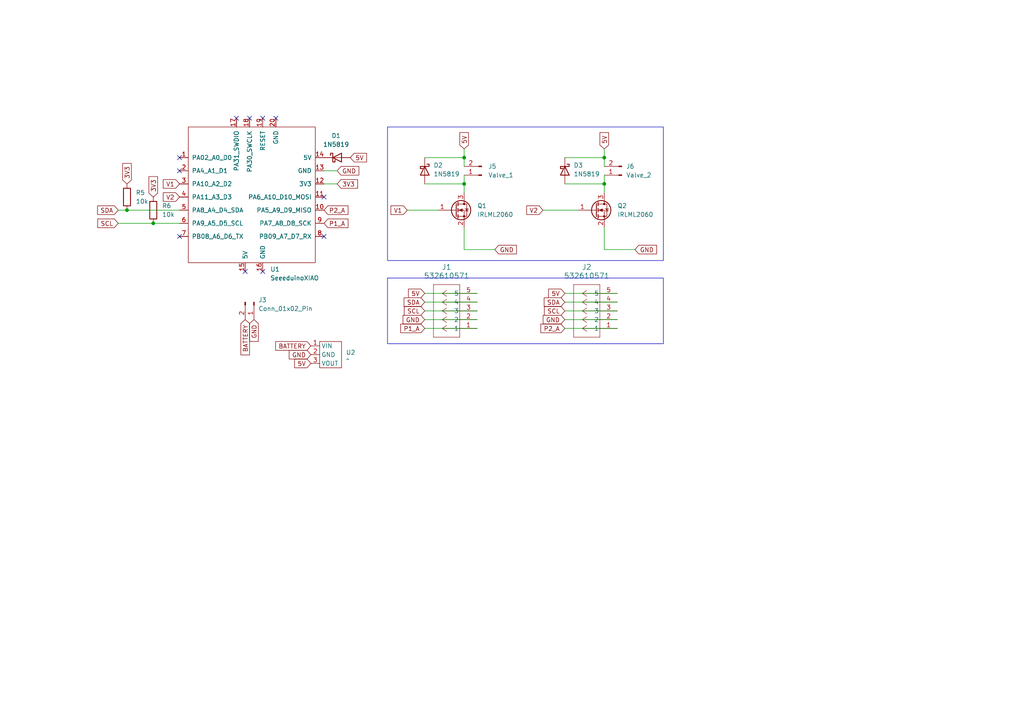
<source format=kicad_sch>
(kicad_sch (version 20250114) (generator "eeschema") (generator_version "9.0")
  (paper "A4")
  (lib_symbols
    (symbol "Connector:Conn_01x02_Pin" (pin_names (offset 1.016) (hide yes))
      (property "Reference" "J" (at 0 2.54 0))
      (property "Value" "Conn_01x02_Pin" (at 0 -5.08 0))
      (symbol "Conn_01x02_Pin_1_1"
        (rectangle (start 0.8636 0.127) (end 0 -0.127) (stroke (width 0.1524)) (fill (type outline)))
        (rectangle (start 0.8636 -2.413) (end 0 -2.667) (stroke (width 0.1524)) (fill (type outline)))
        (polyline (pts (xy 1.27 0) (xy 0.8636 0)) (stroke (width 0.1524)))
        (polyline (pts (xy 1.27 -2.54) (xy 0.8636 -2.54)) (stroke (width 0.1524)))
        (pin passive line (at 5.08 0 180) (length 3.81) (name "Pin_1") (number "1"))
        (pin passive line (at 5.08 -2.54 180) (length 3.81) (name "Pin_2") (number "2"))
      )
    )
    (symbol "Device:R" (pin_numbers (hide yes)) (pin_names (offset 0))
      (property "Reference" "R" (at 2.032 0 90))
      (property "Value" "R" (at 0 0 90))
      (symbol "R_0_1"
        (rectangle (start -1.016 -2.54) (end 1.016 2.54) (stroke (width 0.254)))
      )
      (symbol "R_1_1"
        (pin passive line (at 0 3.81 270) (length 1.27) (name "~") (number "1"))
        (pin passive line (at 0 -3.81 90) (length 1.27) (name "~") (number "2"))
      )
    )
    (symbol "Diode:1N5819" (pin_numbers (hide yes)) (pin_names (offset 1.016) (hide yes))
      (property "Reference" "D" (at 0 2.54 0))
      (property "Value" "1N5819" (at 0 -2.54 0))
      (symbol "1N5819_0_1"
        (polyline (pts (xy -1.905 0.635) (xy -1.905 1.27) (xy -1.27 1.27) (xy -1.27 -1.27) (xy -0.635 -1.27) (xy -0.635 -0.635)) (stroke (width 0.254)))
        (polyline (pts (xy 1.27 1.27) (xy 1.27 -1.27) (xy -1.27 0) (xy 1.27 1.27)) (stroke (width 0.254)))
        (polyline (pts (xy 1.27 0) (xy -1.27 0)))
      )
      (symbol "1N5819_1_1"
        (pin passive line (at -3.81 0 0) (length 2.54) (name "K") (number "1"))
        (pin passive line (at 3.81 0 180) (length 2.54) (name "A") (number "2"))
      )
    )
    (symbol "Driver_Haptic:532610571" (pin_names (offset 0.254))
      (property "Reference" "J" (at 8.89 6.35 0))
      (property "Value" "532610571" (at 0 0 0))
      (symbol "532610571_1_1"
        (polyline (pts (xy 5.08 2.54) (xy 5.08 -12.7)) (stroke (width 0.127)))
        (polyline (pts (xy 5.08 -12.7) (xy 12.7 -12.7)) (stroke (width 0.127)))
        (polyline (pts (xy 10.16 0) (xy 5.08 0)) (stroke (width 0.127)))
        (polyline (pts (xy 10.16 0) (xy 8.89 0.8467)) (stroke (width 0.127)))
        (polyline (pts (xy 10.16 0) (xy 8.89 -0.8467)) (stroke (width 0.127)))
        (polyline (pts (xy 10.16 -2.54) (xy 5.08 -2.54)) (stroke (width 0.127)))
        (polyline (pts (xy 10.16 -2.54) (xy 8.89 -1.6933)) (stroke (width 0.127)))
        (polyline (pts (xy 10.16 -2.54) (xy 8.89 -3.3867)) (stroke (width 0.127)))
        (polyline (pts (xy 10.16 -5.08) (xy 5.08 -5.08)) (stroke (width 0.127)))
        (polyline (pts (xy 10.16 -5.08) (xy 8.89 -4.2333)) (stroke (width 0.127)))
        (polyline (pts (xy 10.16 -5.08) (xy 8.89 -5.9267)) (stroke (width 0.127)))
        (polyline (pts (xy 10.16 -7.62) (xy 5.08 -7.62)) (stroke (width 0.127)))
        (polyline (pts (xy 10.16 -7.62) (xy 8.89 -6.7733)) (stroke (width 0.127)))
        (polyline (pts (xy 10.16 -7.62) (xy 8.89 -8.4667)) (stroke (width 0.127)))
        (polyline (pts (xy 10.16 -10.16) (xy 5.08 -10.16)) (stroke (width 0.127)))
        (polyline (pts (xy 10.16 -10.16) (xy 8.89 -9.3133)) (stroke (width 0.127)))
        (polyline (pts (xy 10.16 -10.16) (xy 8.89 -11.0067)) (stroke (width 0.127)))
        (polyline (pts (xy 12.7 2.54) (xy 5.08 2.54)) (stroke (width 0.127)))
        (polyline (pts (xy 12.7 -12.7) (xy 12.7 2.54)) (stroke (width 0.127)))
        (pin unspecified line (at 0 0 0) (length 5.08) (name "1") (number "1"))
        (pin unspecified line (at 0 -2.54 0) (length 5.08) (name "2") (number "2"))
        (pin unspecified line (at 0 -5.08 0) (length 5.08) (name "3") (number "3"))
        (pin unspecified line (at 0 -7.62 0) (length 5.08) (name "4") (number "4"))
        (pin unspecified line (at 0 -10.16 0) (length 5.08) (name "5") (number "5"))
      )
      (symbol "532610571_1_2"
        (polyline (pts (xy 5.08 2.54) (xy 5.08 -12.7)) (stroke (width 0.127)))
        (polyline (pts (xy 5.08 -12.7) (xy 12.7 -12.7)) (stroke (width 0.127)))
        (polyline (pts (xy 7.62 0) (xy 5.08 0)) (stroke (width 0.127)))
        (polyline (pts (xy 7.62 0) (xy 8.89 0.8467)) (stroke (width 0.127)))
        (polyline (pts (xy 7.62 0) (xy 8.89 -0.8467)) (stroke (width 0.127)))
        (polyline (pts (xy 7.62 -2.54) (xy 5.08 -2.54)) (stroke (width 0.127)))
        (polyline (pts (xy 7.62 -2.54) (xy 8.89 -1.6933)) (stroke (width 0.127)))
        (polyline (pts (xy 7.62 -2.54) (xy 8.89 -3.3867)) (stroke (width 0.127)))
        (polyline (pts (xy 7.62 -5.08) (xy 5.08 -5.08)) (stroke (width 0.127)))
        (polyline (pts (xy 7.62 -5.08) (xy 8.89 -4.2333)) (stroke (width 0.127)))
        (polyline (pts (xy 7.62 -5.08) (xy 8.89 -5.9267)) (stroke (width 0.127)))
        (polyline (pts (xy 7.62 -7.62) (xy 5.08 -7.62)) (stroke (width 0.127)))
        (polyline (pts (xy 7.62 -7.62) (xy 8.89 -6.7733)) (stroke (width 0.127)))
        (polyline (pts (xy 7.62 -7.62) (xy 8.89 -8.4667)) (stroke (width 0.127)))
        (polyline (pts (xy 7.62 -10.16) (xy 5.08 -10.16)) (stroke (width 0.127)))
        (polyline (pts (xy 7.62 -10.16) (xy 8.89 -9.3133)) (stroke (width 0.127)))
        (polyline (pts (xy 7.62 -10.16) (xy 8.89 -11.0067)) (stroke (width 0.127)))
        (polyline (pts (xy 12.7 2.54) (xy 5.08 2.54)) (stroke (width 0.127)))
        (polyline (pts (xy 12.7 -12.7) (xy 12.7 2.54)) (stroke (width 0.127)))
        (pin unspecified line (at 0 0 0) (length 5.08) (name "1") (number "1"))
        (pin unspecified line (at 0 -2.54 0) (length 5.08) (name "2") (number "2"))
        (pin unspecified line (at 0 -5.08 0) (length 5.08) (name "3") (number "3"))
        (pin unspecified line (at 0 -7.62 0) (length 5.08) (name "4") (number "4"))
        (pin unspecified line (at 0 -10.16 0) (length 5.08) (name "5") (number "5"))
      )
    )
    (symbol "Pololu 5V Step-Up Voltage Regulator U1V10F5:U1V10F5"
      (property "Reference" "U" (at 0 0 0))
      (symbol "U1V10F5_0_1"
        (rectangle (start -1.27 8.89) (end 5.08 1.27))
      )
      (symbol "U1V10F5_1_1"
        (pin input line (at -3.81 7.62 0) (length 2.54) (name "VIN") (number "1"))
        (pin input line (at -3.81 5.08 0) (length 2.54) (name "GND") (number "2"))
        (pin input line (at -3.81 2.54 0) (length 2.54) (name "VOUT") (number "3"))
      )
    )
    (symbol "Transistor_FET:IRLML2060" (pin_names (hide yes))
      (property "Reference" "Q" (at 5.08 1.905 0))
      (property "Value" "IRLML2060" (at 5.08 0 0))
      (symbol "IRLML2060_0_1"
        (polyline (pts (xy 0.254 1.905) (xy 0.254 -1.905)) (stroke (width 0.254)))
        (polyline (pts (xy 0.254 0) (xy -2.54 0)))
        (polyline (pts (xy 0.762 2.286) (xy 0.762 1.27)) (stroke (width 0.254)))
        (polyline (pts (xy 0.762 0.508) (xy 0.762 -0.508)) (stroke (width 0.254)))
        (polyline (pts (xy 0.762 -1.27) (xy 0.762 -2.286)) (stroke (width 0.254)))
        (polyline (pts (xy 0.762 -1.778) (xy 3.302 -1.778) (xy 3.302 1.778) (xy 0.762 1.778)))
        (polyline (pts (xy 1.016 0) (xy 2.032 0.381) (xy 2.032 -0.381) (xy 1.016 0)) (fill (type outline)))
        (circle (center 1.651 0) (radius 2.794) (stroke (width 0.254)))
        (polyline (pts (xy 2.54 2.54) (xy 2.54 1.778)))
        (circle (center 2.54 1.778) (radius 0.254) (fill (type outline)))
        (circle (center 2.54 -1.778) (radius 0.254) (fill (type outline)))
        (polyline (pts (xy 2.54 -2.54) (xy 2.54 0) (xy 0.762 0)))
        (polyline (pts (xy 2.794 0.508) (xy 2.921 0.381) (xy 3.683 0.381) (xy 3.81 0.254)))
        (polyline (pts (xy 3.302 0.381) (xy 2.921 -0.254) (xy 3.683 -0.254) (xy 3.302 0.381)))
      )
      (symbol "IRLML2060_1_1"
        (pin input line (at -5.08 0 0) (length 2.54) (name "G") (number "1"))
        (pin passive line (at 2.54 5.08 270) (length 2.54) (name "D") (number "3"))
        (pin passive line (at 2.54 -5.08 90) (length 2.54) (name "S") (number "2"))
      )
    )
    (symbol "Xiao:SeeeduinoXIAO" (pin_names (offset 1.016))
      (property "Reference" "U" (at -19.05 22.86 0))
      (property "Value" "SeeeduinoXIAO" (at -12.7 21.59 0))
      (symbol "SeeeduinoXIAO_0_1"
        (rectangle (start -19.05 20.32) (end 17.78 -19.05))
      )
      (symbol "SeeeduinoXIAO_1_1"
        (pin unspecified line (at -21.59 11.43 0) (length 2.54) (name "PA02_A0_D0") (number "1"))
        (pin unspecified line (at -21.59 7.62 0) (length 2.54) (name "PA4_A1_D1") (number "2"))
        (pin unspecified line (at -21.59 3.81 0) (length 2.54) (name "PA10_A2_D2") (number "3"))
        (pin unspecified line (at -21.59 0 0) (length 2.54) (name "PA11_A3_D3") (number "4"))
        (pin unspecified line (at -21.59 -3.81 0) (length 2.54) (name "PA8_A4_D4_SDA") (number "5"))
        (pin unspecified line (at -21.59 -7.62 0) (length 2.54) (name "PA9_A5_D5_SCL") (number "6"))
        (pin unspecified line (at -21.59 -11.43 0) (length 2.54) (name "PB08_A6_D6_TX") (number "7"))
        (pin input line (at -5.08 22.86 270) (length 2.54) (name "PA31_SWDIO") (number "17"))
        (pin input line (at -2.54 -21.59 90) (length 2.54) (name "5V") (number "15"))
        (pin input line (at -1.27 22.86 270) (length 2.54) (name "PA30_SWCLK") (number "18"))
        (pin input line (at 2.54 22.86 270) (length 2.54) (name "RESET") (number "19"))
        (pin input line (at 2.54 -21.59 90) (length 2.54) (name "GND") (number "16"))
        (pin input line (at 6.35 22.86 270) (length 2.54) (name "GND") (number "20"))
        (pin unspecified line (at 20.32 11.43 180) (length 2.54) (name "5V") (number "14"))
        (pin unspecified line (at 20.32 7.62 180) (length 2.54) (name "GND") (number "13"))
        (pin unspecified line (at 20.32 3.81 180) (length 2.54) (name "3V3") (number "12"))
        (pin unspecified line (at 20.32 0 180) (length 2.54) (name "PA6_A10_D10_MOSI") (number "11"))
        (pin unspecified line (at 20.32 -3.81 180) (length 2.54) (name "PA5_A9_D9_MISO") (number "10"))
        (pin unspecified line (at 20.32 -7.62 180) (length 2.54) (name "PA7_A8_D8_SCK") (number "9"))
        (pin unspecified line (at 20.32 -11.43 180) (length 2.54) (name "PB09_A7_D7_RX") (number "8"))
      )
    )
  )
  (rectangle (start 112.395 36.83) (end 192.405 75.565))
  (rectangle (start 112.395 80.645) (end 192.405 99.695))
  (junction (at 44.45 64.77))
  (junction (at 175.26 45.72))
  (junction (at 134.62 53.34))
  (junction (at 134.62 45.72))
  (junction (at 175.26 53.34))
  (junction (at 36.83 60.96))
  (no_connect (at 71.12 78.74))
  (no_connect (at 52.07 45.72))
  (no_connect (at 52.07 68.58))
  (no_connect (at 72.39 34.29))
  (no_connect (at 93.98 57.15))
  (no_connect (at 68.58 34.29))
  (no_connect (at 76.2 34.29))
  (no_connect (at 52.07 49.53))
  (no_connect (at 80.01 34.29))
  (no_connect (at 93.98 68.58))
  (no_connect (at 76.2 78.74))
  (wire (pts (xy 175.26 66.04) (xy 175.26 72.39)))
  (wire (pts (xy 134.62 53.34) (xy 134.62 55.88)))
  (wire (pts (xy 179.07 85.09) (xy 163.83 85.09)))
  (wire (pts (xy 97.79 49.53) (xy 93.98 49.53)))
  (wire (pts (xy 118.11 60.96) (xy 127 60.96)))
  (wire (pts (xy 134.62 66.04) (xy 134.62 72.39)))
  (wire (pts (xy 179.07 95.25) (xy 163.83 95.25)))
  (wire (pts (xy 138.43 90.17) (xy 123.19 90.17)))
  (wire (pts (xy 97.79 53.34) (xy 93.98 53.34)))
  (wire (pts (xy 157.48 60.96) (xy 167.64 60.96)))
  (wire (pts (xy 138.43 95.25) (xy 123.19 95.25)))
  (wire (pts (xy 163.83 45.72) (xy 175.26 45.72)))
  (wire (pts (xy 175.26 53.34) (xy 175.26 55.88)))
  (wire (pts (xy 175.26 43.18) (xy 175.26 45.72)))
  (wire (pts (xy 134.62 45.72) (xy 134.62 48.26)))
  (wire (pts (xy 175.26 50.8) (xy 175.26 53.34)))
  (wire (pts (xy 138.43 87.63) (xy 123.19 87.63)))
  (wire (pts (xy 123.19 53.34) (xy 134.62 53.34)))
  (wire (pts (xy 134.62 50.8) (xy 134.62 53.34)))
  (wire (pts (xy 34.29 60.96) (xy 36.83 60.96)))
  (wire (pts (xy 179.07 92.71) (xy 163.83 92.71)))
  (wire (pts (xy 36.83 60.96) (xy 52.07 60.96)))
  (wire (pts (xy 134.62 43.18) (xy 134.62 45.72)))
  (wire (pts (xy 179.07 87.63) (xy 163.83 87.63)))
  (wire (pts (xy 175.26 45.72) (xy 175.26 48.26)))
  (wire (pts (xy 134.62 72.39) (xy 143.51 72.39)))
  (wire (pts (xy 163.83 53.34) (xy 175.26 53.34)))
  (wire (pts (xy 34.29 64.77) (xy 44.45 64.77)))
  (wire (pts (xy 179.07 90.17) (xy 163.83 90.17)))
  (wire (pts (xy 138.43 92.71) (xy 123.19 92.71)))
  (wire (pts (xy 138.43 85.09) (xy 123.19 85.09)))
  (wire (pts (xy 44.45 64.77) (xy 52.07 64.77)))
  (wire (pts (xy 123.19 45.72) (xy 134.62 45.72)))
  (wire (pts (xy 175.26 72.39) (xy 184.15 72.39)))
  (global_label "5V" (shape input) (at 90.17 105.41 180) (property "Intersheetrefs" "${INTERSHEET_REFS}" (effects (hide yes))))
  (global_label "GND" (shape input) (at 90.17 102.87 180) (property "Intersheetrefs" "${INTERSHEET_REFS}" (effects (hide yes))))
  (global_label "P1_A" (shape input) (at 93.98 64.77 0) (property "Intersheetrefs" "${INTERSHEET_REFS}" (effects (hide yes))))
  (global_label "3V3" (shape input) (at 97.79 53.34 0) (property "Intersheetrefs" "${INTERSHEET_REFS}" (effects (hide yes))))
  (global_label "V2" (shape input) (at 52.07 57.15 180) (property "Intersheetrefs" "${INTERSHEET_REFS}" (effects (hide yes))))
  (global_label "V1" (shape input) (at 52.07 53.34 180) (property "Intersheetrefs" "${INTERSHEET_REFS}" (effects (hide yes))))
  (global_label "SCL" (shape input) (at 34.29 64.77 180) (property "Intersheetrefs" "${INTERSHEET_REFS}" (effects (hide yes))))
  (global_label "BATTERY" (shape input) (at 90.17 100.33 180) (property "Intersheetrefs" "${INTERSHEET_REFS}" (effects (hide yes))))
  (global_label "V1" (shape input) (at 118.11 60.96 180) (property "Intersheetrefs" "${INTERSHEET_REFS}" (effects (hide yes))))
  (global_label "SCL" (shape input) (at 163.83 90.17 180) (property "Intersheetrefs" "${INTERSHEET_REFS}" (effects (hide yes))))
  (global_label "5V" (shape input) (at 123.19 85.09 180) (property "Intersheetrefs" "${INTERSHEET_REFS}" (effects (hide yes))))
  (global_label "GND" (shape input) (at 97.79 49.53 0) (property "Intersheetrefs" "${INTERSHEET_REFS}" (effects (hide yes))))
  (global_label "3V3" (shape input) (at 44.45 57.15 90) (property "Intersheetrefs" "${INTERSHEET_REFS}" (effects (hide yes))))
  (global_label "BATTERY" (shape input) (at 71.12 92.71 270) (property "Intersheetrefs" "${INTERSHEET_REFS}" (effects (hide yes))))
  (global_label "5V" (shape input) (at 101.6 45.72 0) (property "Intersheetrefs" "${INTERSHEET_REFS}" (effects (hide yes))))
  (global_label "GND" (shape input) (at 184.15 72.39 0) (property "Intersheetrefs" "${INTERSHEET_REFS}" (effects (hide yes))))
  (global_label "SDA" (shape input) (at 163.83 87.63 180) (property "Intersheetrefs" "${INTERSHEET_REFS}" (effects (hide yes))))
  (global_label "GND" (shape input) (at 143.51 72.39 0) (property "Intersheetrefs" "${INTERSHEET_REFS}" (effects (hide yes))))
  (global_label "GND" (shape input) (at 163.83 92.71 180) (property "Intersheetrefs" "${INTERSHEET_REFS}" (effects (hide yes))))
  (global_label "P1_A" (shape input) (at 123.19 95.25 180) (property "Intersheetrefs" "${INTERSHEET_REFS}" (effects (hide yes))))
  (global_label "5V" (shape input) (at 175.26 43.18 90) (property "Intersheetrefs" "${INTERSHEET_REFS}" (effects (hide yes))))
  (global_label "P2_A" (shape input) (at 163.83 95.25 180) (property "Intersheetrefs" "${INTERSHEET_REFS}" (effects (hide yes))))
  (global_label "SDA" (shape input) (at 34.29 60.96 180) (property "Intersheetrefs" "${INTERSHEET_REFS}" (effects (hide yes))))
  (global_label "GND" (shape input) (at 123.19 92.71 180) (property "Intersheetrefs" "${INTERSHEET_REFS}" (effects (hide yes))))
  (global_label "GND" (shape input) (at 73.66 92.71 270) (property "Intersheetrefs" "${INTERSHEET_REFS}" (effects (hide yes))))
  (global_label "V2" (shape input) (at 157.48 60.96 180) (property "Intersheetrefs" "${INTERSHEET_REFS}" (effects (hide yes))))
  (global_label "P2_A" (shape input) (at 93.98 60.96 0) (property "Intersheetrefs" "${INTERSHEET_REFS}" (effects (hide yes))))
  (global_label "5V" (shape input) (at 163.83 85.09 180) (property "Intersheetrefs" "${INTERSHEET_REFS}" (effects (hide yes))))
  (global_label "SCL" (shape input) (at 123.19 90.17 180) (property "Intersheetrefs" "${INTERSHEET_REFS}" (effects (hide yes))))
  (global_label "5V" (shape input) (at 134.62 43.18 90) (property "Intersheetrefs" "${INTERSHEET_REFS}" (effects (hide yes))))
  (global_label "3V3" (shape input) (at 36.83 53.34 90) (property "Intersheetrefs" "${INTERSHEET_REFS}" (effects (hide yes))))
  (global_label "SDA" (shape input) (at 123.19 87.63 180) (property "Intersheetrefs" "${INTERSHEET_REFS}" (effects (hide yes))))
  (symbol (lib_id "Xiao:SeeeduinoXIAO") (at 73.66 57.15 0) (unit 1)
    (property "Reference" "U1" (at 78.3941 78.105 0) (effects (justify left)))
    (property "Value" "SeeeduinoXIAO" (at 78.3941 80.645 0) (effects (justify left)))
    (property "Footprint" "XIAO-ESP32S3:XIAO-ESP32S3-SMD" (effects (hide yes)))
  )
  (symbol (lib_id "Transistor_FET:IRLML2060") (at 132.08 60.96 0) (unit 1)
    (property "Reference" "Q1" (at 138.43 59.69 0) (effects (justify left)))
    (property "Value" "IRLML2060" (at 138.43 62.23 0) (effects (justify left)))
    (property "Footprint" "Package_TO_SOT_SMD:SOT-23" (effects (hide yes)))
    (property "Datasheet" "https://www.infineon.com/dgdl/irlml2060pbf.pdf?fileId=5546d462533600a401535664b7fb25ee" (effects (hide yes)))
  )
  (symbol (lib_id "Driver_Haptic:532610571") (at 138.43 95.25 180) (unit 1)
    (property "Reference" "J1" (at 129.54 77.47 0) (effects (font (size 1.524 1.524))))
    (property "Value" "532610571" (at 129.54 80.01 0) (effects (font (size 1.524 1.524))))
    (property "Footprint" "Pneumatactors:CONN_532610001-SD_05_MOL" (effects (hide yes)))
    (property "Datasheet" "532610571" (effects (hide yes)))
  )
  (symbol (lib_id "Device:R") (at 44.45 60.96 180) (unit 1)
    (property "Reference" "R6" (at 46.99 59.6899 0) (effects (justify right)))
    (property "Value" "10k" (at 46.99 62.2299 0) (effects (justify right)))
    (property "Footprint" "Resistor_SMD:R_1206_3216Metric_Pad1.30x1.75mm_HandSolder" (effects (hide yes)))
    (property "Description" "Resistor" (effects (hide yes)))
  )
  (symbol (lib_id "Driver_Haptic:532610571") (at 179.07 95.25 180) (unit 1)
    (property "Reference" "J2" (at 170.18 77.47 0) (effects (font (size 1.524 1.524))))
    (property "Value" "532610571" (at 170.18 80.01 0) (effects (font (size 1.524 1.524))))
    (property "Footprint" "Pneumatactors:CONN_532610001-SD_05_MOL" (effects (hide yes)))
    (property "Datasheet" "532610571" (effects (hide yes)))
  )
  (symbol (lib_id "Diode:1N5819") (at 123.19 49.53 270) (unit 1)
    (property "Reference" "D2" (at 125.73 47.9424 90) (effects (justify left)))
    (property "Value" "1N5819" (at 125.73 50.4824 90) (effects (justify left)))
    (property "Footprint" "Diode_SMD:D_SMA" (effects (hide yes)))
    (property "Datasheet" "http://www.vishay.com/docs/88525/1n5817.pdf" (effects (hide yes)))
    (property "Description" "40V 1A Schottky Barrier Rectifier Diode, DO-41" (effects (hide yes)))
    (property "Sim.Device" "D" (effects (hide yes)))
    (property "Sim.Pins" "1=K 2=A" (effects (hide yes)))
  )
  (symbol (lib_id "Connector:Conn_01x02_Pin") (at 180.34 50.8 180) (unit 1)
    (property "Reference" "J6" (at 181.61 48.2599 0) (effects (justify right)))
    (property "Value" "Valve_2" (at 181.61 50.7999 0) (effects (justify right)))
    (property "Footprint" "Pneumatactors:CONN_532610001-SD_02_MOL" (effects (hide yes)))
  )
  (symbol (lib_id "Transistor_FET:IRLML2060") (at 172.72 60.96 0) (unit 1)
    (property "Reference" "Q2" (at 179.07 59.69 0) (effects (justify left)))
    (property "Value" "IRLML2060" (at 179.07 62.23 0) (effects (justify left)))
    (property "Footprint" "Package_TO_SOT_SMD:SOT-23" (effects (hide yes)))
    (property "Datasheet" "https://www.infineon.com/dgdl/irlml2060pbf.pdf?fileId=5546d462533600a401535664b7fb25ee" (effects (hide yes)))
  )
  (symbol (lib_id "Diode:1N5819") (at 97.79 45.72 0) (unit 1)
    (property "Reference" "D1" (at 97.4725 39.37 0))
    (property "Value" "1N5819" (at 97.4725 41.91 0))
    (property "Footprint" "Diode_SMD:D_SMA" (effects (hide yes)))
    (property "Datasheet" "http://www.vishay.com/docs/88525/1n5817.pdf" (effects (hide yes)))
    (property "Description" "40V 1A Schottky Barrier Rectifier Diode, DO-41" (effects (hide yes)))
    (property "Sim.Device" "D" (effects (hide yes)))
    (property "Sim.Pins" "1=K 2=A" (effects (hide yes)))
  )
  (symbol (lib_id "Diode:1N5819") (at 163.83 49.53 270) (unit 1)
    (property "Reference" "D3" (at 166.37 47.9424 90) (effects (justify left)))
    (property "Value" "1N5819" (at 166.37 50.4824 90) (effects (justify left)))
    (property "Footprint" "Diode_SMD:D_SMA" (effects (hide yes)))
    (property "Datasheet" "http://www.vishay.com/docs/88525/1n5817.pdf" (effects (hide yes)))
    (property "Description" "40V 1A Schottky Barrier Rectifier Diode, DO-41" (effects (hide yes)))
    (property "Sim.Device" "D" (effects (hide yes)))
    (property "Sim.Pins" "1=K 2=A" (effects (hide yes)))
  )
  (symbol (lib_id "Connector:Conn_01x02_Pin") (at 139.7 50.8 180) (unit 1)
    (property "Reference" "J5" (at 141.605 48.26 0) (effects (justify right)))
    (property "Value" "Valve_1" (at 141.605 50.8 0) (effects (justify right)))
    (property "Footprint" "Pneumatactors:CONN_532610001-SD_02_MOL" (effects (hide yes)))
  )
  (symbol (lib_id "Device:R") (at 36.83 57.15 180) (unit 1)
    (property "Reference" "R5" (at 39.37 55.8799 0) (effects (justify right)))
    (property "Value" "10k" (at 39.37 58.4199 0) (effects (justify right)))
    (property "Footprint" "Resistor_SMD:R_1206_3216Metric_Pad1.30x1.75mm_HandSolder" (effects (hide yes)))
    (property "Description" "Resistor" (effects (hide yes)))
  )
  (symbol (lib_id "Pololu 5V Step-Up Voltage Regulator U1V10F5:U1V10F5") (at 93.98 107.95 0) (unit 1)
    (property "Reference" "U2" (at 100.33 102.2349 0) (effects (justify left)))
    (property "Value" "~" (at 100.33 104.14 0) (effects (justify left)))
    (property "Footprint" "Pneumatactors:Pololu 2564 Step Up" (effects (hide yes)))
  )
  (symbol (lib_id "Connector:Conn_01x02_Pin") (at 73.66 87.63 270) (unit 1)
    (property "Reference" "J3" (at 74.93 86.9949 90) (effects (justify left)))
    (property "Value" "Conn_01x02_Pin" (at 74.93 89.5349 90) (effects (justify left)))
    (property "Footprint" "Connector_JST:JST_PH_S2B-PH-SM4-TB_1x02-1MP_P2.00mm_Horizontal" (effects (hide yes)))
    (property "Description" "Generic connector, single row, 01x02, script generated" (effects (hide yes)))
  )
)
</source>
